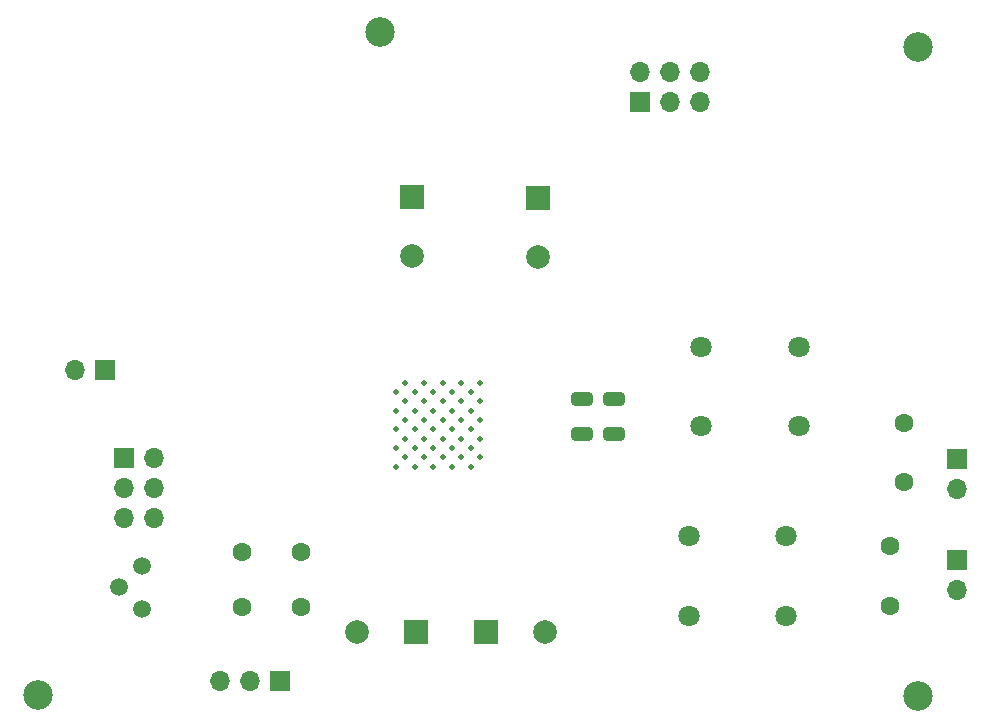
<source format=gbs>
G04 #@! TF.GenerationSoftware,KiCad,Pcbnew,(6.0.1)*
G04 #@! TF.CreationDate,2022-04-24T16:27:43-07:00*
G04 #@! TF.ProjectId,AudioAmp,41756469-6f41-46d7-902e-6b696361645f,rev?*
G04 #@! TF.SameCoordinates,Original*
G04 #@! TF.FileFunction,Soldermask,Bot*
G04 #@! TF.FilePolarity,Negative*
%FSLAX46Y46*%
G04 Gerber Fmt 4.6, Leading zero omitted, Abs format (unit mm)*
G04 Created by KiCad (PCBNEW (6.0.1)) date 2022-04-24 16:27:43*
%MOMM*%
%LPD*%
G01*
G04 APERTURE LIST*
G04 Aperture macros list*
%AMRoundRect*
0 Rectangle with rounded corners*
0 $1 Rounding radius*
0 $2 $3 $4 $5 $6 $7 $8 $9 X,Y pos of 4 corners*
0 Add a 4 corners polygon primitive as box body*
4,1,4,$2,$3,$4,$5,$6,$7,$8,$9,$2,$3,0*
0 Add four circle primitives for the rounded corners*
1,1,$1+$1,$2,$3*
1,1,$1+$1,$4,$5*
1,1,$1+$1,$6,$7*
1,1,$1+$1,$8,$9*
0 Add four rect primitives between the rounded corners*
20,1,$1+$1,$2,$3,$4,$5,0*
20,1,$1+$1,$4,$5,$6,$7,0*
20,1,$1+$1,$6,$7,$8,$9,0*
20,1,$1+$1,$8,$9,$2,$3,0*%
G04 Aperture macros list end*
%ADD10C,1.600000*%
%ADD11R,2.000000X2.000000*%
%ADD12C,2.000000*%
%ADD13C,1.800000*%
%ADD14R,1.700000X1.700000*%
%ADD15O,1.700000X1.700000*%
%ADD16C,0.508000*%
%ADD17C,2.500000*%
%ADD18C,1.498600*%
%ADD19RoundRect,0.250000X0.650000X-0.325000X0.650000X0.325000X-0.650000X0.325000X-0.650000X-0.325000X0*%
%ADD20RoundRect,0.250000X-0.650000X0.325000X-0.650000X-0.325000X0.650000X-0.325000X0.650000X0.325000X0*%
G04 APERTURE END LIST*
D10*
X175195000Y-103630000D03*
X175195000Y-108630000D03*
X119100000Y-114600000D03*
X124100000Y-114600000D03*
D11*
X139832323Y-121300000D03*
D12*
X144832323Y-121300000D03*
D13*
X158040000Y-97190000D03*
X166300000Y-97190000D03*
X166300000Y-103900000D03*
X158040000Y-103900000D03*
D14*
X179700000Y-106660000D03*
D15*
X179700000Y-109200000D03*
D11*
X144200000Y-84632323D03*
D12*
X144200000Y-89632323D03*
D14*
X152875000Y-76475000D03*
D15*
X152875000Y-73935000D03*
X155415000Y-76475000D03*
X155415000Y-73935000D03*
X157955000Y-76475000D03*
X157955000Y-73935000D03*
D14*
X179700000Y-115270000D03*
D15*
X179700000Y-117810000D03*
D16*
X138492900Y-101036200D03*
X136918100Y-104185800D03*
X137705500Y-106548000D03*
X137705500Y-103398400D03*
X132981100Y-106548000D03*
X133768500Y-107335400D03*
X132193700Y-107335400D03*
X132193700Y-105760600D03*
X136130700Y-103398400D03*
X136918100Y-105760600D03*
X135343300Y-101036200D03*
X136130700Y-101823600D03*
X138492900Y-104185800D03*
X136918100Y-107335400D03*
X136918100Y-102611000D03*
X134555900Y-103398400D03*
X135343300Y-102611000D03*
X132193700Y-101036200D03*
X139280300Y-103398400D03*
X132193700Y-104185800D03*
X139280300Y-104973200D03*
X138492900Y-102611000D03*
X136130700Y-106548000D03*
X134555900Y-101823600D03*
X132981100Y-103398400D03*
X133768500Y-101036200D03*
X133768500Y-102611000D03*
X136918100Y-101036200D03*
X134555900Y-100248800D03*
X135343300Y-104185800D03*
X137705500Y-104973200D03*
X134555900Y-104973200D03*
X132981100Y-100248800D03*
X132193700Y-102611000D03*
X132981100Y-104973200D03*
X136130700Y-100248800D03*
X138492900Y-105760600D03*
X139280300Y-106548000D03*
X135343300Y-105760600D03*
X138492900Y-107335400D03*
X139280300Y-101823600D03*
X137705500Y-101823600D03*
X133768500Y-104185800D03*
X133768500Y-105760600D03*
X135343300Y-107335400D03*
X132981100Y-101823600D03*
X139280300Y-100248800D03*
X136130700Y-104973200D03*
X137705500Y-100248800D03*
X134555900Y-106548000D03*
D14*
X122325000Y-125525000D03*
D15*
X119785000Y-125525000D03*
X117245000Y-125525000D03*
D14*
X107575000Y-99125000D03*
D15*
X105035000Y-99125000D03*
D10*
X174000000Y-114100000D03*
X174000000Y-119100000D03*
D17*
X176350000Y-126750000D03*
D11*
X133867677Y-121300000D03*
D12*
X128867677Y-121300000D03*
D18*
X110664500Y-115765500D03*
X108764500Y-117565500D03*
X110664500Y-119365500D03*
D11*
X133500000Y-84532323D03*
D12*
X133500000Y-89532323D03*
D10*
X119100000Y-119200000D03*
X124100000Y-119200000D03*
D17*
X130800000Y-70500000D03*
X176400000Y-71800000D03*
D14*
X109125000Y-106575000D03*
D15*
X111665000Y-106575000D03*
X109125000Y-109115000D03*
X111665000Y-109115000D03*
X109125000Y-111655000D03*
X111665000Y-111655000D03*
D17*
X101900000Y-126700000D03*
D13*
X156970000Y-113245000D03*
X165230000Y-113245000D03*
X165230000Y-119955000D03*
X156970000Y-119955000D03*
D19*
X150600000Y-104575000D03*
X150600000Y-101625000D03*
D20*
X147900000Y-101625000D03*
X147900000Y-104575000D03*
M02*

</source>
